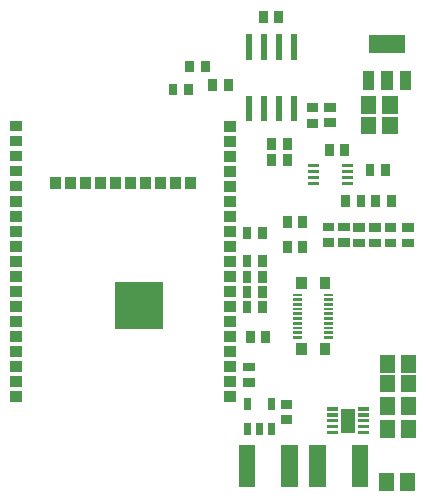
<source format=gbr>
G04 start of page 10 for group -4015 idx -4015 *
G04 Title: (unknown), toppaste *
G04 Creator: pcb 4.0.2 *
G04 CreationDate: Sun Feb  4 07:02:53 2018 UTC *
G04 For: jeroen *
G04 Format: Gerber/RS-274X *
G04 PCB-Dimensions (mil): 6000.00 5000.00 *
G04 PCB-Coordinate-Origin: lower left *
%MOIN*%
%FSLAX25Y25*%
%LNTOPPASTE*%
%ADD49C,0.0001*%
G54D49*G36*
X450394Y229331D02*X446850D01*
Y225394D01*
X450394D01*
Y229331D01*
G37*
G36*
X442520Y207283D02*X438976D01*
Y203346D01*
X442520D01*
Y207283D01*
G37*
G36*
X448366Y209705D02*Y208799D01*
X451240D01*
Y209705D01*
X448366D01*
G37*
G36*
Y211280D02*Y210374D01*
X451240D01*
Y211280D01*
X448366D01*
G37*
G36*
Y212854D02*Y211949D01*
X451240D01*
Y212854D01*
X448366D01*
G37*
G36*
Y214429D02*Y213524D01*
X451240D01*
Y214429D01*
X448366D01*
G37*
G36*
Y216004D02*Y215098D01*
X451240D01*
Y216004D01*
X448366D01*
G37*
G36*
Y217579D02*Y216673D01*
X451240D01*
Y217579D01*
X448366D01*
G37*
G36*
Y219154D02*Y218248D01*
X451240D01*
Y219154D01*
X448366D01*
G37*
G36*
Y220728D02*Y219823D01*
X451240D01*
Y220728D01*
X448366D01*
G37*
G36*
Y222303D02*Y221398D01*
X451240D01*
Y222303D01*
X448366D01*
G37*
G36*
Y223878D02*Y222972D01*
X451240D01*
Y223878D01*
X448366D01*
G37*
G36*
X438130D02*Y222972D01*
X441004D01*
Y223878D01*
X438130D01*
G37*
G36*
Y222303D02*Y221398D01*
X441004D01*
Y222303D01*
X438130D01*
G37*
G36*
Y220728D02*Y219823D01*
X441004D01*
Y220728D01*
X438130D01*
G37*
G36*
Y219154D02*Y218248D01*
X441004D01*
Y219154D01*
X438130D01*
G37*
G36*
Y217579D02*Y216673D01*
X441004D01*
Y217579D01*
X438130D01*
G37*
G36*
Y216004D02*Y215098D01*
X441004D01*
Y216004D01*
X438130D01*
G37*
G36*
Y214429D02*Y213524D01*
X441004D01*
Y214429D01*
X438130D01*
G37*
G36*
Y212854D02*Y211949D01*
X441004D01*
Y212854D01*
X438130D01*
G37*
G36*
Y211280D02*Y210374D01*
X441004D01*
Y211280D01*
X438130D01*
G37*
G36*
Y209705D02*Y208799D01*
X441004D01*
Y209705D01*
X438130D01*
G37*
G36*
X442520Y229331D02*X438976D01*
Y225394D01*
X442520D01*
Y229331D01*
G37*
G36*
X450394Y207283D02*X446850D01*
Y203346D01*
X450394D01*
Y207283D01*
G37*
G36*
X442815Y267028D02*Y266043D01*
X446555D01*
Y267028D01*
X442815D01*
G37*
G36*
Y265059D02*Y264075D01*
X446555D01*
Y265059D01*
X442815D01*
G37*
G36*
Y263091D02*Y262106D01*
X446555D01*
Y263091D01*
X442815D01*
G37*
G36*
Y261122D02*Y260138D01*
X446555D01*
Y261122D01*
X442815D01*
G37*
G36*
X454232D02*Y260138D01*
X457972D01*
Y261122D01*
X454232D01*
G37*
G36*
Y263091D02*Y262106D01*
X457972D01*
Y263091D01*
X454232D01*
G37*
G36*
Y265059D02*Y264075D01*
X457972D01*
Y265059D01*
X454232D01*
G37*
G36*
Y267028D02*Y266043D01*
X457972D01*
Y267028D01*
X454232D01*
G37*
G36*
X421260Y195767D02*Y192815D01*
X425196D01*
Y195767D01*
X421260D01*
G37*
G36*
Y200885D02*Y197933D01*
X425196D01*
Y200885D01*
X421260D01*
G37*
G36*
X431909Y189008D02*X429509D01*
Y185008D01*
X431909D01*
Y189008D01*
G37*
G36*
X424109D02*X421709D01*
Y185008D01*
X424109D01*
Y189008D01*
G37*
G36*
Y180808D02*X421709D01*
Y176808D01*
X424109D01*
Y180808D01*
G37*
G36*
X428009D02*X425609D01*
Y176808D01*
X428009D01*
Y180808D01*
G37*
G36*
X431909D02*X429509D01*
Y176808D01*
X431909D01*
Y180808D01*
G37*
G36*
X465041Y297937D02*X461341D01*
Y291837D01*
X465041D01*
Y297937D01*
G37*
G36*
X471141D02*X467441D01*
Y291837D01*
X471141D01*
Y297937D01*
G37*
G36*
X477241D02*X473541D01*
Y291837D01*
X477241D01*
Y297937D01*
G37*
G36*
X463241Y310137D02*Y304037D01*
X475341D01*
Y310137D01*
X463241D01*
G37*
G36*
X465751Y289571D02*X460633D01*
Y283667D01*
X465751D01*
Y289571D01*
G37*
G36*
X472837D02*X467719D01*
Y283667D01*
X472837D01*
Y289571D01*
G37*
G36*
X465751Y282878D02*X460633D01*
Y276974D01*
X465751D01*
Y282878D01*
G37*
G36*
X472837D02*X467719D01*
Y276974D01*
X472837D01*
Y282878D01*
G37*
G36*
X412697Y295275D02*X409745D01*
Y291339D01*
X412697D01*
Y295275D01*
G37*
G36*
X417815D02*X414863D01*
Y291339D01*
X417815D01*
Y295275D01*
G37*
G36*
X437500Y275590D02*X434548D01*
Y271654D01*
X437500D01*
Y275590D01*
G37*
G36*
X432382D02*X429430D01*
Y271654D01*
X432382D01*
Y275590D01*
G37*
G36*
X437500Y270472D02*X434548D01*
Y266536D01*
X437500D01*
Y270472D01*
G37*
G36*
X432382D02*X429430D01*
Y266536D01*
X432382D01*
Y270472D01*
G37*
G36*
X424114Y246062D02*X421162D01*
Y242126D01*
X424114D01*
Y246062D01*
G37*
G36*
X429232D02*X426280D01*
Y242126D01*
X429232D01*
Y246062D01*
G37*
G36*
X424114Y221259D02*X421162D01*
Y217323D01*
X424114D01*
Y221259D01*
G37*
G36*
X429232D02*X426280D01*
Y217323D01*
X429232D01*
Y221259D01*
G37*
G36*
X424114Y226377D02*X421162D01*
Y222441D01*
X424114D01*
Y226377D01*
G37*
G36*
X429232D02*X426280D01*
Y222441D01*
X429232D01*
Y226377D01*
G37*
G36*
X424114Y231496D02*X421162D01*
Y227560D01*
X424114D01*
Y231496D01*
G37*
G36*
X429232D02*X426280D01*
Y227560D01*
X429232D01*
Y231496D01*
G37*
G36*
X424114Y236614D02*X421162D01*
Y232678D01*
X424114D01*
Y236614D01*
G37*
G36*
X429232D02*X426280D01*
Y232678D01*
X429232D01*
Y236614D01*
G37*
G36*
X451476Y273622D02*X448524D01*
Y269686D01*
X451476D01*
Y273622D01*
G37*
G36*
X456594D02*X453642D01*
Y269686D01*
X456594D01*
Y273622D01*
G37*
G36*
X437500Y249606D02*X434548D01*
Y245670D01*
X437500D01*
Y249606D01*
G37*
G36*
X442618D02*X439666D01*
Y245670D01*
X442618D01*
Y249606D01*
G37*
G36*
X463386Y242224D02*Y239272D01*
X467322D01*
Y242224D01*
X463386D01*
G37*
G36*
Y247342D02*Y244390D01*
X467322D01*
Y247342D01*
X463386D01*
G37*
G36*
X468504Y242224D02*Y239272D01*
X472440D01*
Y242224D01*
X468504D01*
G37*
G36*
Y247342D02*Y244390D01*
X472440D01*
Y247342D01*
X468504D01*
G37*
G36*
X437500Y241338D02*X434548D01*
Y237402D01*
X437500D01*
Y241338D01*
G37*
G36*
X442618D02*X439666D01*
Y237402D01*
X442618D01*
Y241338D01*
G37*
G36*
X467027Y256692D02*X464075D01*
Y252756D01*
X467027D01*
Y256692D01*
G37*
G36*
X472145D02*X469193D01*
Y252756D01*
X472145D01*
Y256692D01*
G37*
G36*
X424209Y289866D02*X422209D01*
Y281366D01*
X424209D01*
Y289866D01*
G37*
G36*
X429209D02*X427209D01*
Y281366D01*
X429209D01*
Y289866D01*
G37*
G36*
X434209D02*X432209D01*
Y281366D01*
X434209D01*
Y289866D01*
G37*
G36*
X439209D02*X437209D01*
Y281366D01*
X439209D01*
Y289866D01*
G37*
G36*
Y310366D02*X437209D01*
Y301866D01*
X439209D01*
Y310366D01*
G37*
G36*
X434209D02*X432209D01*
Y301866D01*
X434209D01*
Y310366D01*
G37*
G36*
X429209D02*X427209D01*
Y301866D01*
X429209D01*
Y310366D01*
G37*
G36*
X424209D02*X422209D01*
Y301866D01*
X424209D01*
Y310366D01*
G37*
G36*
X448426Y282382D02*Y279430D01*
X452362D01*
Y282382D01*
X448426D01*
G37*
G36*
Y287500D02*Y284548D01*
X452362D01*
Y287500D01*
X448426D01*
G37*
G36*
X429626Y317913D02*X426674D01*
Y313977D01*
X429626D01*
Y317913D01*
G37*
G36*
X434744D02*X431792D01*
Y313977D01*
X434744D01*
Y317913D01*
G37*
G36*
X442520Y282185D02*Y279233D01*
X446456D01*
Y282185D01*
X442520D01*
G37*
G36*
Y287303D02*Y284351D01*
X446456D01*
Y287303D01*
X442520D01*
G37*
G36*
X415055Y191409D02*Y187866D01*
X418992D01*
Y191409D01*
X415055D01*
G37*
G36*
Y196409D02*Y192866D01*
X418992D01*
Y196409D01*
X415055D01*
G37*
G36*
Y201409D02*Y197866D01*
X418992D01*
Y201409D01*
X415055D01*
G37*
G36*
Y206409D02*Y202866D01*
X418992D01*
Y206409D01*
X415055D01*
G37*
G36*
Y211409D02*Y207866D01*
X418992D01*
Y211409D01*
X415055D01*
G37*
G36*
Y216409D02*Y212866D01*
X418992D01*
Y216409D01*
X415055D01*
G37*
G36*
Y221409D02*Y217866D01*
X418992D01*
Y221409D01*
X415055D01*
G37*
G36*
Y226409D02*Y222866D01*
X418992D01*
Y226409D01*
X415055D01*
G37*
G36*
Y231409D02*Y227866D01*
X418992D01*
Y231409D01*
X415055D01*
G37*
G36*
Y236409D02*Y232866D01*
X418992D01*
Y236409D01*
X415055D01*
G37*
G36*
Y241409D02*Y237866D01*
X418992D01*
Y241409D01*
X415055D01*
G37*
G36*
Y246409D02*Y242866D01*
X418992D01*
Y246409D01*
X415055D01*
G37*
G36*
Y251409D02*Y247866D01*
X418992D01*
Y251409D01*
X415055D01*
G37*
G36*
Y256409D02*Y252866D01*
X418992D01*
Y256409D01*
X415055D01*
G37*
G36*
X405606Y262669D02*X402063D01*
Y258732D01*
X405606D01*
Y262669D01*
G37*
G36*
X400606D02*X397063D01*
Y258732D01*
X400606D01*
Y262669D01*
G37*
G36*
X395606D02*X392063D01*
Y258732D01*
X395606D01*
Y262669D01*
G37*
G36*
X390606D02*X387063D01*
Y258732D01*
X390606D01*
Y262669D01*
G37*
G36*
X385606D02*X382063D01*
Y258732D01*
X385606D01*
Y262669D01*
G37*
G36*
X380606D02*X377063D01*
Y258732D01*
X380606D01*
Y262669D01*
G37*
G36*
X375606D02*X372063D01*
Y258732D01*
X375606D01*
Y262669D01*
G37*
G36*
X370606D02*X367063D01*
Y258732D01*
X370606D01*
Y262669D01*
G37*
G36*
X365606D02*X362063D01*
Y258732D01*
X365606D01*
Y262669D01*
G37*
G36*
X360606D02*X357063D01*
Y258732D01*
X360606D01*
Y262669D01*
G37*
G36*
X343795Y256370D02*Y252827D01*
X347732D01*
Y256370D01*
X343795D01*
G37*
G36*
Y251370D02*Y247827D01*
X347732D01*
Y251370D01*
X343795D01*
G37*
G36*
Y246370D02*Y242827D01*
X347732D01*
Y246370D01*
X343795D01*
G37*
G36*
Y241370D02*Y237827D01*
X347732D01*
Y241370D01*
X343795D01*
G37*
G36*
Y236370D02*Y232827D01*
X347732D01*
Y236370D01*
X343795D01*
G37*
G36*
Y231370D02*Y227827D01*
X347732D01*
Y231370D01*
X343795D01*
G37*
G36*
Y226370D02*Y222827D01*
X347732D01*
Y226370D01*
X343795D01*
G37*
G36*
Y221370D02*Y217827D01*
X347732D01*
Y221370D01*
X343795D01*
G37*
G36*
Y216370D02*Y212827D01*
X347732D01*
Y216370D01*
X343795D01*
G37*
G36*
Y211370D02*Y207827D01*
X347732D01*
Y211370D01*
X343795D01*
G37*
G36*
Y206370D02*Y202827D01*
X347732D01*
Y206370D01*
X343795D01*
G37*
G36*
Y201370D02*Y197827D01*
X347732D01*
Y201370D01*
X343795D01*
G37*
G36*
Y196370D02*Y192827D01*
X347732D01*
Y196370D01*
X343795D01*
G37*
G36*
Y191370D02*Y187827D01*
X347732D01*
Y191370D01*
X343795D01*
G37*
G36*
X343701Y281496D02*Y277953D01*
X347638D01*
Y281496D01*
X343701D01*
G37*
G36*
Y276496D02*Y272953D01*
X347638D01*
Y276496D01*
X343701D01*
G37*
G36*
Y271496D02*Y267953D01*
X347638D01*
Y271496D01*
X343701D01*
G37*
G36*
Y266496D02*Y262953D01*
X347638D01*
Y266496D01*
X343701D01*
G37*
G36*
Y261496D02*Y257953D01*
X347638D01*
Y261496D01*
X343701D01*
G37*
G36*
X415055Y261409D02*Y257866D01*
X418992D01*
Y261409D01*
X415055D01*
G37*
G36*
Y266409D02*Y262866D01*
X418992D01*
Y266409D01*
X415055D01*
G37*
G36*
Y271409D02*Y267866D01*
X418992D01*
Y271409D01*
X415055D01*
G37*
G36*
Y276409D02*Y272866D01*
X418992D01*
Y276409D01*
X415055D01*
G37*
G36*
Y281409D02*Y277866D01*
X418992D01*
Y281409D01*
X415055D01*
G37*
G36*
X378638Y227827D02*Y212079D01*
X394780D01*
Y227827D01*
X378638D01*
G37*
G36*
X430413Y211417D02*X427461D01*
Y207481D01*
X430413D01*
Y211417D01*
G37*
G36*
X425295D02*X422343D01*
Y207481D01*
X425295D01*
Y211417D01*
G37*
G36*
X459646Y178150D02*Y176969D01*
X463189D01*
Y178150D01*
X459646D01*
G37*
G36*
X458661Y185433D02*X453937D01*
Y177559D01*
X458661D01*
Y185433D01*
G37*
G36*
X459646Y180118D02*Y178937D01*
X463189D01*
Y180118D01*
X459646D01*
G37*
G36*
Y182087D02*Y180906D01*
X463189D01*
Y182087D01*
X459646D01*
G37*
G36*
Y184055D02*Y182874D01*
X463189D01*
Y184055D01*
X459646D01*
G37*
G36*
Y186024D02*Y184843D01*
X463189D01*
Y186024D01*
X459646D01*
G37*
G36*
X449409Y178150D02*Y176969D01*
X452953D01*
Y178150D01*
X449409D01*
G37*
G36*
Y180118D02*Y178937D01*
X452953D01*
Y180118D01*
X449409D01*
G37*
G36*
Y182087D02*Y180906D01*
X452953D01*
Y182087D01*
X449409D01*
G37*
G36*
Y184055D02*Y182874D01*
X452953D01*
Y184055D01*
X449409D01*
G37*
G36*
Y186024D02*Y184843D01*
X452953D01*
Y186024D01*
X449409D01*
G37*
G36*
X472047Y181692D02*X466929D01*
Y175788D01*
X472047D01*
Y181692D01*
G37*
G36*
X479133D02*X474015D01*
Y175788D01*
X479133D01*
Y181692D01*
G37*
G36*
X472047Y189369D02*X466929D01*
Y183465D01*
X472047D01*
Y189369D01*
G37*
G36*
X479133D02*X474015D01*
Y183465D01*
X479133D01*
Y189369D01*
G37*
G36*
X472047Y196850D02*X466929D01*
Y190946D01*
X472047D01*
Y196850D01*
G37*
G36*
X479133D02*X474015D01*
Y190946D01*
X479133D01*
Y196850D01*
G37*
G36*
X472047Y203346D02*X466929D01*
Y197442D01*
X472047D01*
Y203346D01*
G37*
G36*
X479133D02*X474015D01*
Y197442D01*
X479133D01*
Y203346D01*
G37*
G36*
X439567Y173425D02*X434055D01*
Y159252D01*
X439567D01*
Y173425D01*
G37*
G36*
X425394D02*X419882D01*
Y159252D01*
X425394D01*
Y173425D01*
G37*
G36*
X433859Y183366D02*Y180414D01*
X437795D01*
Y183366D01*
X433859D01*
G37*
G36*
Y188484D02*Y185532D01*
X437795D01*
Y188484D01*
X433859D01*
G37*
G36*
X462992Y173425D02*X457480D01*
Y159252D01*
X462992D01*
Y173425D01*
G37*
G36*
X448819D02*X443307D01*
Y159252D01*
X448819D01*
Y173425D01*
G37*
G36*
X471654Y163976D02*X466536D01*
Y158072D01*
X471654D01*
Y163976D01*
G37*
G36*
X478740D02*X473622D01*
Y158072D01*
X478740D01*
Y163976D01*
G37*
G36*
X474213Y242224D02*Y239272D01*
X478149D01*
Y242224D01*
X474213D01*
G37*
G36*
Y247342D02*Y244390D01*
X478149D01*
Y247342D01*
X474213D01*
G37*
G36*
X458071Y242224D02*Y239272D01*
X462007D01*
Y242224D01*
X458071D01*
G37*
G36*
Y247342D02*Y244390D01*
X462007D01*
Y247342D01*
X458071D01*
G37*
G36*
X452953Y242421D02*Y239469D01*
X456889D01*
Y242421D01*
X452953D01*
G37*
G36*
Y247539D02*Y244587D01*
X456889D01*
Y247539D01*
X452953D01*
G37*
G36*
X447835Y242421D02*Y239469D01*
X451771D01*
Y242421D01*
X447835D01*
G37*
G36*
Y247539D02*Y244587D01*
X451771D01*
Y247539D01*
X447835D01*
G37*
G36*
X399456Y293881D02*X396504D01*
Y289945D01*
X399456D01*
Y293881D01*
G37*
G36*
X404574D02*X401622D01*
Y289945D01*
X404574D01*
Y293881D01*
G37*
G36*
X405031Y301547D02*X402079D01*
Y297611D01*
X405031D01*
Y301547D01*
G37*
G36*
X410149D02*X407197D01*
Y297611D01*
X410149D01*
Y301547D01*
G37*
G36*
X457011Y256574D02*X454059D01*
Y252638D01*
X457011D01*
Y256574D01*
G37*
G36*
X462129D02*X459177D01*
Y252638D01*
X462129D01*
Y256574D01*
G37*
G36*
X465110Y267129D02*X462158D01*
Y263193D01*
X465110D01*
Y267129D01*
G37*
G36*
X470228D02*X467276D01*
Y263193D01*
X470228D01*
Y267129D01*
G37*
M02*

</source>
